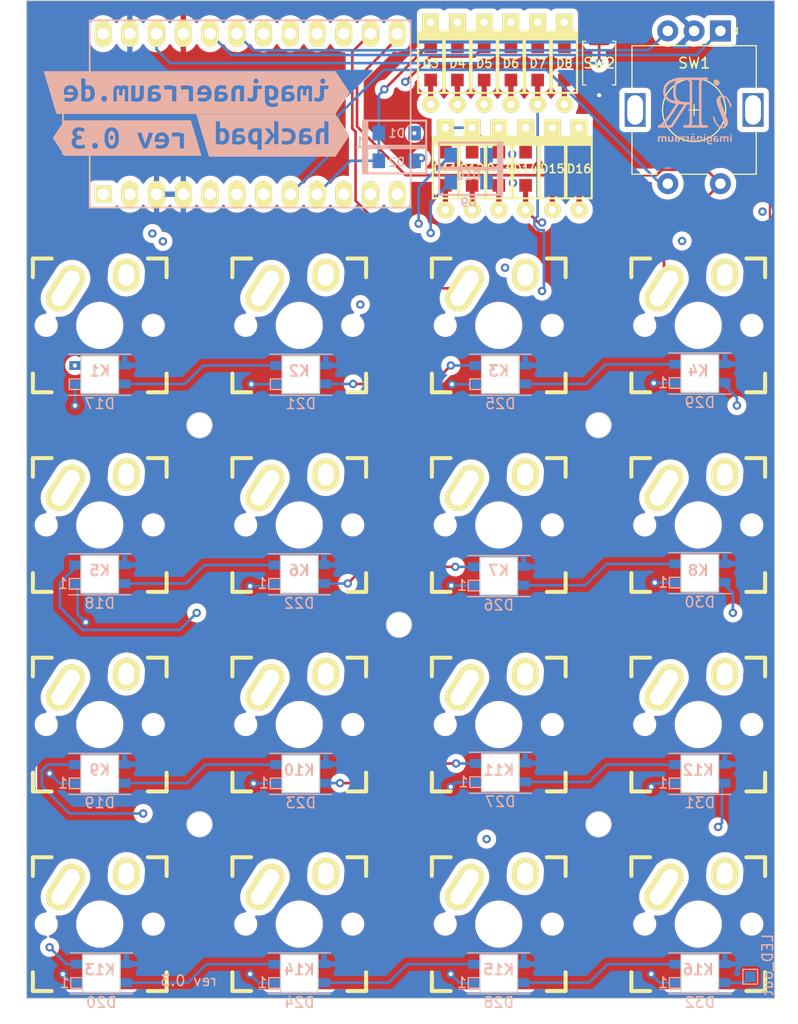
<source format=kicad_pcb>
(kicad_pcb (version 20221018) (generator pcbnew)

  (general
    (thickness 4.69)
  )

  (paper "A4")
  (layers
    (0 "F.Cu" signal)
    (1 "In1.Cu" signal)
    (2 "In2.Cu" signal)
    (31 "B.Cu" signal)
    (32 "B.Adhes" user "B.Adhesive")
    (33 "F.Adhes" user "F.Adhesive")
    (34 "B.Paste" user)
    (35 "F.Paste" user)
    (36 "B.SilkS" user "B.Silkscreen")
    (37 "F.SilkS" user "F.Silkscreen")
    (38 "B.Mask" user)
    (39 "F.Mask" user)
    (40 "Dwgs.User" user "User.Drawings")
    (41 "Cmts.User" user "User.Comments")
    (42 "Eco1.User" user "User.Eco1")
    (43 "Eco2.User" user "User.Eco2")
    (44 "Edge.Cuts" user)
    (45 "Margin" user)
    (46 "B.CrtYd" user "B.Courtyard")
    (47 "F.CrtYd" user "F.Courtyard")
    (48 "B.Fab" user)
    (49 "F.Fab" user)
    (50 "User.1" user)
    (51 "User.2" user)
    (52 "User.3" user)
    (53 "User.4" user)
    (54 "User.5" user)
    (55 "User.6" user)
    (56 "User.7" user)
    (57 "User.8" user)
    (58 "User.9" user)
  )

  (setup
    (stackup
      (layer "F.SilkS" (type "Top Silk Screen"))
      (layer "F.Paste" (type "Top Solder Paste"))
      (layer "F.Mask" (type "Top Solder Mask") (thickness 0.01))
      (layer "F.Cu" (type "copper") (thickness 0.035))
      (layer "dielectric 1" (type "core") (thickness 1.51) (material "FR4") (epsilon_r 4.5) (loss_tangent 0.02))
      (layer "In1.Cu" (type "copper") (thickness 0.035))
      (layer "dielectric 2" (type "prepreg") (thickness 1.51) (material "FR4") (epsilon_r 4.5) (loss_tangent 0.02))
      (layer "In2.Cu" (type "copper") (thickness 0.035))
      (layer "dielectric 3" (type "core") (thickness 1.51) (material "FR4") (epsilon_r 4.5) (loss_tangent 0.02))
      (layer "B.Cu" (type "copper") (thickness 0.035))
      (layer "B.Mask" (type "Bottom Solder Mask") (thickness 0.01))
      (layer "B.Paste" (type "Bottom Solder Paste"))
      (layer "B.SilkS" (type "Bottom Silk Screen"))
      (copper_finish "None")
      (dielectric_constraints no)
    )
    (pad_to_mask_clearance 0)
    (pcbplotparams
      (layerselection 0x00010fc_ffffffff)
      (plot_on_all_layers_selection 0x0000000_00000000)
      (disableapertmacros false)
      (usegerberextensions true)
      (usegerberattributes true)
      (usegerberadvancedattributes true)
      (creategerberjobfile false)
      (dashed_line_dash_ratio 12.000000)
      (dashed_line_gap_ratio 3.000000)
      (svgprecision 6)
      (plotframeref false)
      (viasonmask false)
      (mode 1)
      (useauxorigin false)
      (hpglpennumber 1)
      (hpglpenspeed 20)
      (hpglpendiameter 15.000000)
      (dxfpolygonmode true)
      (dxfimperialunits true)
      (dxfusepcbnewfont true)
      (psnegative false)
      (psa4output false)
      (plotreference true)
      (plotvalue true)
      (plotinvisibletext false)
      (sketchpadsonfab false)
      (subtractmaskfromsilk true)
      (outputformat 1)
      (mirror false)
      (drillshape 0)
      (scaleselection 1)
      (outputdirectory "gerbers-v0.3/")
    )
  )

  (net 0 "")
  (net 1 "row0")
  (net 2 "Net-(D1-A)")
  (net 3 "Net-(D2-A)")
  (net 4 "Net-(D3-A)")
  (net 5 "Net-(D4-A)")
  (net 6 "row1")
  (net 7 "Net-(D5-A)")
  (net 8 "Net-(D6-A)")
  (net 9 "Net-(D7-A)")
  (net 10 "Net-(D8-A)")
  (net 11 "row2")
  (net 12 "Net-(D9-A)")
  (net 13 "Net-(D10-A)")
  (net 14 "Net-(D11-A)")
  (net 15 "Net-(D12-A)")
  (net 16 "row3")
  (net 17 "Net-(D13-A)")
  (net 18 "Net-(D14-A)")
  (net 19 "Net-(D15-A)")
  (net 20 "Net-(D16-A)")
  (net 21 "col0")
  (net 22 "col1")
  (net 23 "col2")
  (net 24 "col3")
  (net 25 "Net-(D17-DOUT)")
  (net 26 "Net-(D18-DOUT)")
  (net 27 "Net-(D18-DIN)")
  (net 28 "Net-(D19-DOUT)")
  (net 29 "/led_out")
  (net 30 "Net-(D19-DIN)")
  (net 31 "Rot A")
  (net 32 "Rot B")
  (net 33 "Rot C")
  (net 34 "Net-(D20-DOUT)")
  (net 35 "GND")
  (net 36 "/LED")
  (net 37 "Net-(D20-DIN)")
  (net 38 "Net-(D21-DOUT)")
  (net 39 "Net-(D22-DOUT)")
  (net 40 "Net-(D23-DOUT)")
  (net 41 "Net-(D24-DOUT)")
  (net 42 "Net-(D25-DOUT)")
  (net 43 "Net-(D26-DOUT)")
  (net 44 "Net-(D27-DOUT)")
  (net 45 "Net-(D28-DOUT)")
  (net 46 "Net-(U1-RST)")
  (net 47 "unconnected-(U1-TX-Pad1)")
  (net 48 "unconnected-(U1-RX-Pad2)")
  (net 49 "unconnected-(U1-SDA-Pad5)")
  (net 50 "unconnected-(U1-SCL-Pad6)")
  (net 51 "unconnected-(U1-RAW-Pad24)")
  (net 52 "VCC")
  (net 53 "row -1")
  (net 54 "unconnected-(U1-F7-Pad17)")

  (footprint "keebs:Mx_Alps_100" (layer "F.Cu") (at 108.80185 97.16345))

  (footprint "keebs:Mx_Alps_100" (layer "F.Cu") (at 146.69865 97.16345))

  (footprint "keebs:Mx_Alps_100" (layer "F.Cu") (at 146.69865 116.11185))

  (footprint "keebs:Mx_Alps_100" (layer "F.Cu") (at 89.85345 97.16345))

  (footprint "keebs:Mx_Alps_100" (layer "F.Cu") (at 89.85345 116.11185))

  (footprint "Button_Switch_SMD:SW_Push_SPST_NO_Alps_SKRK" (layer "F.Cu") (at 137.287 72.263 90))

  (footprint "keebs:Mx_Alps_100" (layer "F.Cu") (at 127.75025 97.16345))

  (footprint "keyboard_parts:D_SOD123_axial" (layer "F.Cu") (at 122.682 82.296 -90))

  (footprint "keebs:Mx_Alps_100" (layer "F.Cu") (at 127.75025 116.11185))

  (footprint "keebs:Mx_Alps_100" (layer "F.Cu") (at 89.85345 135.06025))

  (footprint "keyboard_parts:D_SOD123_axial" (layer "F.Cu") (at 123.825 72.2868 -90))

  (footprint "keyboard_parts:D_SOD123_axial" (layer "F.Cu") (at 130.302 82.296 -90))

  (footprint "keebs:Mx_Alps_100" (layer "F.Cu") (at 89.85345 154.00865))

  (footprint "keyboard_parts:D_SOD123_axial" (layer "F.Cu") (at 127.762 82.296 -90))

  (footprint "keebs:Mx_Alps_100" (layer "F.Cu") (at 108.80185 154.00865))

  (footprint "keyboard_parts:D_SOD123_axial" (layer "F.Cu") (at 132.842 82.296 -90))

  (footprint "keyboard_parts:D_SOD123_axial" (layer "F.Cu") (at 131.445 72.2868 -90))

  (footprint "keyboard_parts:D_SOD123_axial" (layer "F.Cu") (at 133.985 72.2868 -90))

  (footprint "keyboard_parts:D_SOD123_axial" (layer "F.Cu") (at 121.285 72.2868 -90))

  (footprint "keyboard_parts:D_SOD123_axial" (layer "F.Cu") (at 135.382 82.296 -90))

  (footprint "keebs:Mx_Alps_100" (layer "F.Cu") (at 108.80185 116.11185))

  (footprint "keebs:Mx_Alps_100" (layer "F.Cu") (at 127.75025 154.00865))

  (footprint "keyboard_parts:D_SOD123_axial" (layer "F.Cu") (at 126.365 72.2868 -90))

  (footprint "keebs:Mx_Alps_100" (layer "F.Cu") (at 146.69865 154.00865))

  (footprint "keyboard_parts:D_SOD123_axial" (layer "F.Cu") (at 125.222 82.296 -90))

  (footprint "keebs:Mx_Alps_100" (layer "F.Cu") (at 127.75025 135.06025))

  (footprint "keyboard_parts:D_SOD123_axial" (layer "F.Cu") (at 128.905 72.2868 -90))

  (footprint "Keebio-Parts:RotaryEncoder_Alps_EC11E-Switch_Vertical_H20mm" (layer "F.Cu") (at 146.304 76.708 -90))

  (footprint "keebs:Mx_Alps_100" (layer "F.Cu") (at 108.80185 135.06025))

  (footprint "keebs:Mx_Alps_100" (layer "F.Cu") (at 146.69865 135.06025))

  (footprint "promicro:ProMicro" (layer "F.Cu") (at 104.14 77.0868))

  (footprint "kibuzzard-641ED85F" (layer "B.Cu") (at 99.06 75.057 180))

  (footprint "keyboard_parts:D_SOD123" (layer "B.Cu") (at 118.056 81.534))

  (footprint "keyboard_parts:LED_SK6812MINI_PLCC4_3.5x3.5mm_P1.75mm-flipped" (layer "B.Cu") (at 146.8501 158.69285))

  (footprint "keyboard_parts:D_SOD123" (layer "B.Cu") (at 124.89 83.566 180))

  (footprint "keyboard_parts:LED_SK6812MINI_PLCC4_3.5x3.5mm_P1.75mm-flipped" (layer "B.Cu") (at 108.80185 120.79605))

  (footprint "keyboard_parts:LED_SK6812MINI_PLCC4_3.5x3.5mm_P1.75mm-flipped" (layer "B.Cu")
    (tstamp 5120c9bf-9e04-4b61-9990-a9f5c75a1f34)
    (at 127.75025 120.96185)
    (descr "https://cdn-shop.adafruit.com/product-files/2686/SK6812MINI_REV.01-1-2.pdf")
    (tags "LED RGB NeoPixel Mini")
    (property "Sheetfile" "numpad.kicad_sch")
    (property "Sheetname" "")
    (property "ki_description" "RGB LED with integrated controller")
    (property "ki_keywords" "RGB LED NeoPixel Mini addressable")
    (path "/eac13a1d-c8f7-4884-b233-1845de9c1d8c")
    (attr smd)
    (fp_text reference "D26" (at 0 2.75) (layer "B.SilkS")
        (effects (font (size 1 1) (thickness 0.15)) (justify mirror))
      (tstamp 70837dee-fc2f-4ff0-b7e7-e810c795a64d)
    )
    (fp_text value "SK6812MINI" (at 0 -3.25) (layer "B.Fab")
        (effects (font (size 1 1) (thickness 0.15)) (justify mirror))
      (tstamp c2e253c6-2f5a-4266-962d-c3d2acbbfcb7)
    )
    (fp_text user "1" (at -3.5 0.875) (layer "B.SilkS")
        (effects (font (size 1 1) (thickness 0.15)) (justify mirror))
      (tstamp 1af5db1e-3acf-4981-a2b9-058ee03a418c)
    )
    (fp_text user "${REFERENCE}" (at 0 0) (layer "B.Fab")
        (effects (font (size 0.5 0.5) (thickness 0.1)) (justify mirror))
      (tstamp 2b87d324-2b2d-4716-bbb3-8ee0e82e3781)
    )
    (fp_line (start -2.95 -1.95) (end 2.95 -1.95)
      (stroke (width 0.12) (type solid)) (layer "B.SilkS") (tstamp 11973e8a-3c83-454d-81b8-a76b7eff663d))
    (fp_line (start -2.95 1.95) (end 2.95 1.95)
      (stroke (width 0.12) (type solid)) (layer "B.SilkS") (tstamp 3618ac9a-814d-4668-b13d-119b2531a977))
    (fp_line (start -2.9 0.4) (end -1.8 0.4)
      (stroke (width 0.12) (type default)) (layer "B.SilkS") (tstamp f1906abd-394d-40b3-90fe-50f85d352762))
    (fp_line (start -2.9 1.4) (end -2.9 0.4)
      (stroke (width 0.12) (type default)) (layer "B.SilkS") (tstamp 91516db2-363f-453f-bf5b-fbfa6d171d89))
    (fp_line (start -2.667 1.397) (end -2.9 1.4)
      (stroke (width 0.12) (type default)) (layer "B.SilkS") (tstamp a7b95e2f-4c66-4421-8b9a-bb96da507859))
    (fp_line (start -2.667 1.397) (end -1.778 1.397)
      (stroke (width 0.12) (type solid)) (layer "B.SilkS") (tstamp 45b31ef3-66cb-4979-9279-2067a51dc369))
    (fp_line (start -1.778 1.397) (end -2.667 1.397)
      (stroke (width 0.12) (type solid)) (layer "B.SilkS") (tstamp 17d493ba-98da-4e31-b596-459dac26014e))
    (fp_line (start 2.95 -1.95) (end 2.95 -1.95)
      (stroke (width 0.12) (type solid)) (layer "B.SilkS") (tstamp d2a8e123-dbe8-4036-bd7b-b41fbdc6e154))
    (fp_rect (start 1.778 -1.778) (end -1.778 1.778)
      (stroke (width 0.12) (type solid)) (fill none) (layer "Edge.Cuts") (tstamp 8075d13b-dfe5-4fb6-9c7c-d0d89bc48904))
    (fp_line (start -3 -2) (end 3 -2)
      (stroke (width 0.05) (type default)) (layer "B.CrtYd") (tstamp 19741591-20c5-43ee-9548-d639d2d395c4))
    (fp_line (start -3 2) (end -3 -2)
      (stroke (width 0.05) (type default)) (layer "B.CrtYd") (tstamp 20df8654-adda-44af-a782-86d12d4ee5ce))
    (fp_line (start 3 -2) (end 3 2)
      (stroke (width 0.05) (type default)) (layer "B.CrtYd") (tstamp 3f889130-7d11-4233-bc12-783bbbdcbc90))
    (fp_line (start 3 2) (end -3 2)
      (stroke (width 0.05) (type default)) (layer "B.CrtYd") (tstamp 72e1d8a8-2c83-4df7-b3e2-395f84c9c406))
    (fp_line (start -1.75 -1.75) (end 1.75 -1.75)
      (stroke (width 0.1) (type solid)) (layer "B.Fab") (tstamp 74a1732b-f43f-48a6-b887-0077bb353f01))
    (fp_line (start -1.75 1.75) (end -1.75 -1.75)
      (stroke (width 0.1) (type solid)) (layer "B.Fab") (tstamp 82e713f8-1aab-47da-b866-e8eac473c154))
    (fp_line (start -1.651 -0.762) (end -0.889 -1.651)
      (stroke (width 0.1) (type solid)) (layer "B.Fab") (tstamp 8bc123c2-37aa-49f0-8a12-5833743a2899))
    (fp_line (start 1.75 -1.75) (end 1.75 1.75)
      (stroke (width 0.1) (type solid)) (layer "B.Fab") (tstamp b350aa07-8f81-4ba9-a9dc-7663d8eead01))
    (fp_line (start 1.75 1.75) (end -1.75 1.75)
      (stroke (width 0.1) (type solid)) (layer "B.Fab") (tstamp 7795b473-34ae-4d98-87c2-1bcda40a5263))
    (fp_circle (center 0 0) (end 0 1.5)
      (stroke (width 0.1) (type solid)) (fill none) (layer "B.Fab") (tstamp a955891e-5594-4bf1-9ab0-0ab84a536d13))
    (pad "1" smd rect (at 2.3644 0.875) (size 1.0712 0.85) (layers "B.Cu" "B.Paste" "B.Mask")
      (net 43 "Net-(D26-DOUT)") (pinfunction "DOUT") (pintype "output") (tstamp dee6ff85-c035-4780-9c16-93dfad85671f))
    (pad "2" smd rect (at 2.3644 -0.9) (size 1.0712 0.8) (layers "B.Cu" "B.Paste" "B.Mask")
      (net 35 "GND") (pinfunction "VSS") (pintype "power_in") (tstamp a1a90a0b-7702-4de4-87dc-b547956ad95b))
    (pad "3" smd rect (at -2.3644 -0.874994) (size 1.0712 0.849988) (layers "B.Cu" "B.Paste" "B.Mask")
      (net 39 "Net-(D22-DOUT)") (pinfunction "DIN") (pintype "input") (tstamp 734160ae-6aba-46e8-b183-3148c211c8b2))
    (pad "4" smd rect (at -2.3644 0.904) (size 1.0712 0.792) (layers "B.Cu" "B.Paste" "B.Mask")
      (net 52 "VCC") (pinfunction "VDD") (pintype "power_in") (tstamp e23a47fc-e0f9-440f-865e-a328fe4c64b1))
    (model "${KICAD6_3DMODEL_DIR}/LED_SMD.3dshapes/LED_SK6812MINI_PLCC4_3.5x3.5mm_P1.75mm.wrl"
  
... [1794485 chars truncated]
</source>
